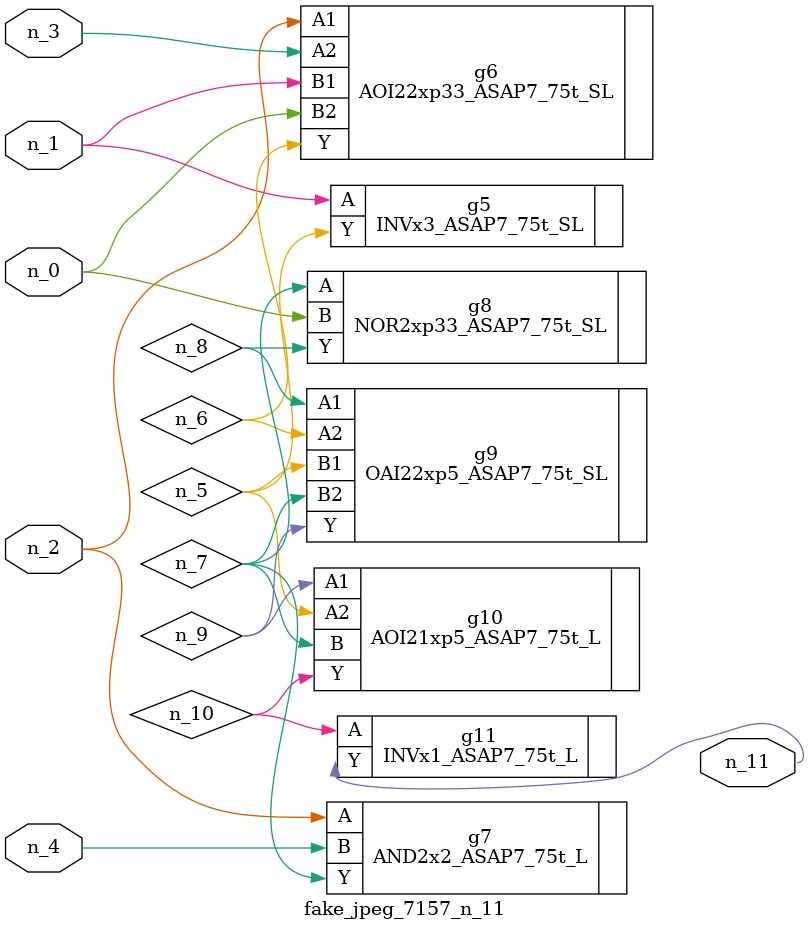
<source format=v>
module fake_jpeg_7157_n_11 (n_3, n_2, n_1, n_0, n_4, n_11);

input n_3;
input n_2;
input n_1;
input n_0;
input n_4;

output n_11;

wire n_10;
wire n_8;
wire n_9;
wire n_6;
wire n_5;
wire n_7;

INVx3_ASAP7_75t_SL g5 ( 
.A(n_1),
.Y(n_5)
);

AOI22xp33_ASAP7_75t_SL g6 ( 
.A1(n_2),
.A2(n_3),
.B1(n_1),
.B2(n_0),
.Y(n_6)
);

AND2x2_ASAP7_75t_L g7 ( 
.A(n_2),
.B(n_4),
.Y(n_7)
);

NOR2xp33_ASAP7_75t_SL g8 ( 
.A(n_7),
.B(n_0),
.Y(n_8)
);

OAI22xp5_ASAP7_75t_SL g9 ( 
.A1(n_8),
.A2(n_6),
.B1(n_5),
.B2(n_7),
.Y(n_9)
);

AOI21xp5_ASAP7_75t_L g10 ( 
.A1(n_9),
.A2(n_5),
.B(n_7),
.Y(n_10)
);

INVx1_ASAP7_75t_L g11 ( 
.A(n_10),
.Y(n_11)
);


endmodule
</source>
